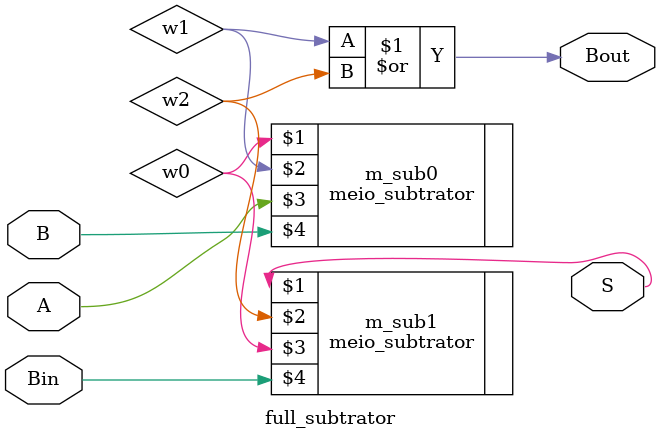
<source format=v>
module full_subtrator(S, Bout, A, B, Bin);
	input A, B, Bin;
   output S, Bout;
	
   wire w0, w1, w2;
	
	meio_subtrator m_sub0(w0, w1, A, B);
	
	meio_subtrator m_sub1(S, w2, w0, Bin);
	
	or or0(Bout, w1, w2);
	
endmodule 
</source>
